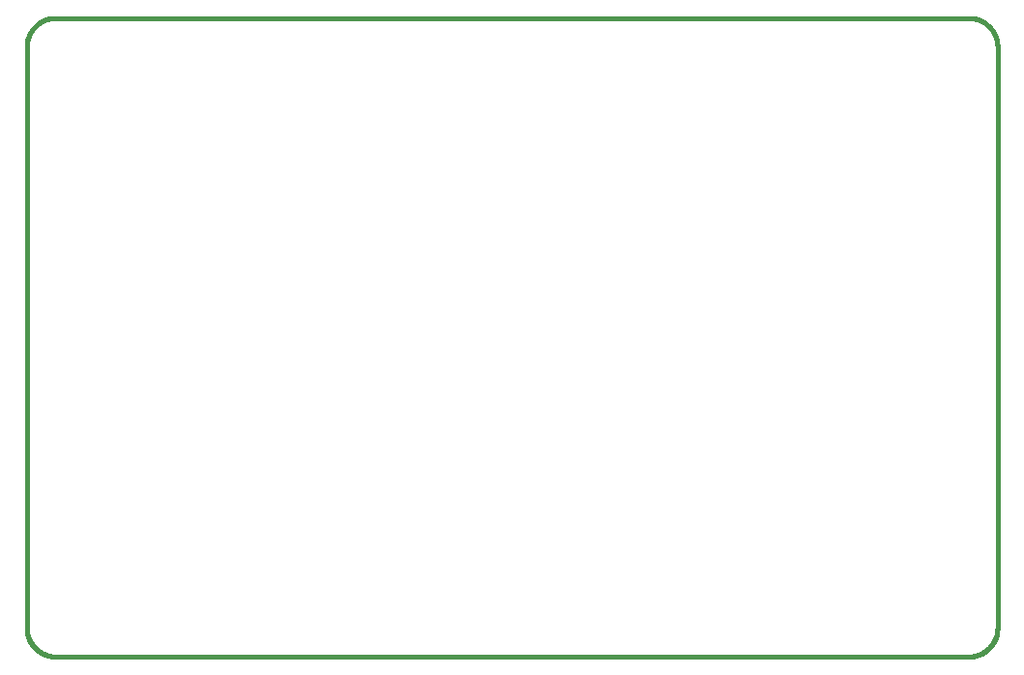
<source format=gtp>
G75*
%MOIN*%
%OFA0B0*%
%FSLAX25Y25*%
%IPPOS*%
%LPD*%
%AMOC8*
5,1,8,0,0,1.08239X$1,22.5*
%
%ADD10C,0.01600*%
D10*
X0016500Y0004000D02*
X0331146Y0004000D01*
X0331388Y0004003D01*
X0331629Y0004012D01*
X0331870Y0004026D01*
X0332111Y0004047D01*
X0332351Y0004073D01*
X0332591Y0004105D01*
X0332830Y0004143D01*
X0333067Y0004186D01*
X0333304Y0004236D01*
X0333539Y0004291D01*
X0333773Y0004351D01*
X0334005Y0004418D01*
X0334236Y0004489D01*
X0334465Y0004567D01*
X0334692Y0004650D01*
X0334917Y0004738D01*
X0335140Y0004832D01*
X0335360Y0004931D01*
X0335578Y0005036D01*
X0335793Y0005145D01*
X0336006Y0005260D01*
X0336216Y0005380D01*
X0336422Y0005505D01*
X0336626Y0005635D01*
X0336827Y0005770D01*
X0337024Y0005910D01*
X0337218Y0006054D01*
X0337408Y0006203D01*
X0337594Y0006357D01*
X0337777Y0006515D01*
X0337956Y0006677D01*
X0338131Y0006844D01*
X0338302Y0007015D01*
X0338469Y0007190D01*
X0338631Y0007369D01*
X0338789Y0007552D01*
X0338943Y0007738D01*
X0339092Y0007928D01*
X0339236Y0008122D01*
X0339376Y0008319D01*
X0339511Y0008520D01*
X0339641Y0008724D01*
X0339766Y0008930D01*
X0339886Y0009140D01*
X0340001Y0009353D01*
X0340110Y0009568D01*
X0340215Y0009786D01*
X0340314Y0010006D01*
X0340408Y0010229D01*
X0340496Y0010454D01*
X0340579Y0010681D01*
X0340657Y0010910D01*
X0340728Y0011141D01*
X0340795Y0011373D01*
X0340855Y0011607D01*
X0340910Y0011842D01*
X0340960Y0012079D01*
X0341003Y0012316D01*
X0341041Y0012555D01*
X0341073Y0012795D01*
X0341099Y0013035D01*
X0341120Y0013276D01*
X0341134Y0013517D01*
X0341143Y0013758D01*
X0341146Y0014000D01*
X0341146Y0214472D01*
X0341143Y0214714D01*
X0341134Y0214955D01*
X0341120Y0215196D01*
X0341099Y0215437D01*
X0341073Y0215677D01*
X0341041Y0215917D01*
X0341003Y0216156D01*
X0340960Y0216393D01*
X0340910Y0216630D01*
X0340855Y0216865D01*
X0340795Y0217099D01*
X0340728Y0217331D01*
X0340657Y0217562D01*
X0340579Y0217791D01*
X0340496Y0218018D01*
X0340408Y0218243D01*
X0340314Y0218466D01*
X0340215Y0218686D01*
X0340110Y0218904D01*
X0340001Y0219119D01*
X0339886Y0219332D01*
X0339766Y0219542D01*
X0339641Y0219748D01*
X0339511Y0219952D01*
X0339376Y0220153D01*
X0339236Y0220350D01*
X0339092Y0220544D01*
X0338943Y0220734D01*
X0338789Y0220920D01*
X0338631Y0221103D01*
X0338469Y0221282D01*
X0338302Y0221457D01*
X0338131Y0221628D01*
X0337956Y0221795D01*
X0337777Y0221957D01*
X0337594Y0222115D01*
X0337408Y0222269D01*
X0337218Y0222418D01*
X0337024Y0222562D01*
X0336827Y0222702D01*
X0336626Y0222837D01*
X0336422Y0222967D01*
X0336216Y0223092D01*
X0336006Y0223212D01*
X0335793Y0223327D01*
X0335578Y0223436D01*
X0335360Y0223541D01*
X0335140Y0223640D01*
X0334917Y0223734D01*
X0334692Y0223822D01*
X0334465Y0223905D01*
X0334236Y0223983D01*
X0334005Y0224054D01*
X0333773Y0224121D01*
X0333539Y0224181D01*
X0333304Y0224236D01*
X0333067Y0224286D01*
X0332830Y0224329D01*
X0332591Y0224367D01*
X0332351Y0224399D01*
X0332111Y0224425D01*
X0331870Y0224446D01*
X0331629Y0224460D01*
X0331388Y0224469D01*
X0331146Y0224472D01*
X0016500Y0224472D01*
X0016258Y0224469D01*
X0016017Y0224460D01*
X0015776Y0224446D01*
X0015535Y0224425D01*
X0015295Y0224399D01*
X0015055Y0224367D01*
X0014816Y0224329D01*
X0014579Y0224286D01*
X0014342Y0224236D01*
X0014107Y0224181D01*
X0013873Y0224121D01*
X0013641Y0224054D01*
X0013410Y0223983D01*
X0013181Y0223905D01*
X0012954Y0223822D01*
X0012729Y0223734D01*
X0012506Y0223640D01*
X0012286Y0223541D01*
X0012068Y0223436D01*
X0011853Y0223327D01*
X0011640Y0223212D01*
X0011430Y0223092D01*
X0011224Y0222967D01*
X0011020Y0222837D01*
X0010819Y0222702D01*
X0010622Y0222562D01*
X0010428Y0222418D01*
X0010238Y0222269D01*
X0010052Y0222115D01*
X0009869Y0221957D01*
X0009690Y0221795D01*
X0009515Y0221628D01*
X0009344Y0221457D01*
X0009177Y0221282D01*
X0009015Y0221103D01*
X0008857Y0220920D01*
X0008703Y0220734D01*
X0008554Y0220544D01*
X0008410Y0220350D01*
X0008270Y0220153D01*
X0008135Y0219952D01*
X0008005Y0219748D01*
X0007880Y0219542D01*
X0007760Y0219332D01*
X0007645Y0219119D01*
X0007536Y0218904D01*
X0007431Y0218686D01*
X0007332Y0218466D01*
X0007238Y0218243D01*
X0007150Y0218018D01*
X0007067Y0217791D01*
X0006989Y0217562D01*
X0006918Y0217331D01*
X0006851Y0217099D01*
X0006791Y0216865D01*
X0006736Y0216630D01*
X0006686Y0216393D01*
X0006643Y0216156D01*
X0006605Y0215917D01*
X0006573Y0215677D01*
X0006547Y0215437D01*
X0006526Y0215196D01*
X0006512Y0214955D01*
X0006503Y0214714D01*
X0006500Y0214472D01*
X0006500Y0014000D01*
X0006503Y0013758D01*
X0006512Y0013517D01*
X0006526Y0013276D01*
X0006547Y0013035D01*
X0006573Y0012795D01*
X0006605Y0012555D01*
X0006643Y0012316D01*
X0006686Y0012079D01*
X0006736Y0011842D01*
X0006791Y0011607D01*
X0006851Y0011373D01*
X0006918Y0011141D01*
X0006989Y0010910D01*
X0007067Y0010681D01*
X0007150Y0010454D01*
X0007238Y0010229D01*
X0007332Y0010006D01*
X0007431Y0009786D01*
X0007536Y0009568D01*
X0007645Y0009353D01*
X0007760Y0009140D01*
X0007880Y0008930D01*
X0008005Y0008724D01*
X0008135Y0008520D01*
X0008270Y0008319D01*
X0008410Y0008122D01*
X0008554Y0007928D01*
X0008703Y0007738D01*
X0008857Y0007552D01*
X0009015Y0007369D01*
X0009177Y0007190D01*
X0009344Y0007015D01*
X0009515Y0006844D01*
X0009690Y0006677D01*
X0009869Y0006515D01*
X0010052Y0006357D01*
X0010238Y0006203D01*
X0010428Y0006054D01*
X0010622Y0005910D01*
X0010819Y0005770D01*
X0011020Y0005635D01*
X0011224Y0005505D01*
X0011430Y0005380D01*
X0011640Y0005260D01*
X0011853Y0005145D01*
X0012068Y0005036D01*
X0012286Y0004931D01*
X0012506Y0004832D01*
X0012729Y0004738D01*
X0012954Y0004650D01*
X0013181Y0004567D01*
X0013410Y0004489D01*
X0013641Y0004418D01*
X0013873Y0004351D01*
X0014107Y0004291D01*
X0014342Y0004236D01*
X0014579Y0004186D01*
X0014816Y0004143D01*
X0015055Y0004105D01*
X0015295Y0004073D01*
X0015535Y0004047D01*
X0015776Y0004026D01*
X0016017Y0004012D01*
X0016258Y0004003D01*
X0016500Y0004000D01*
M02*

</source>
